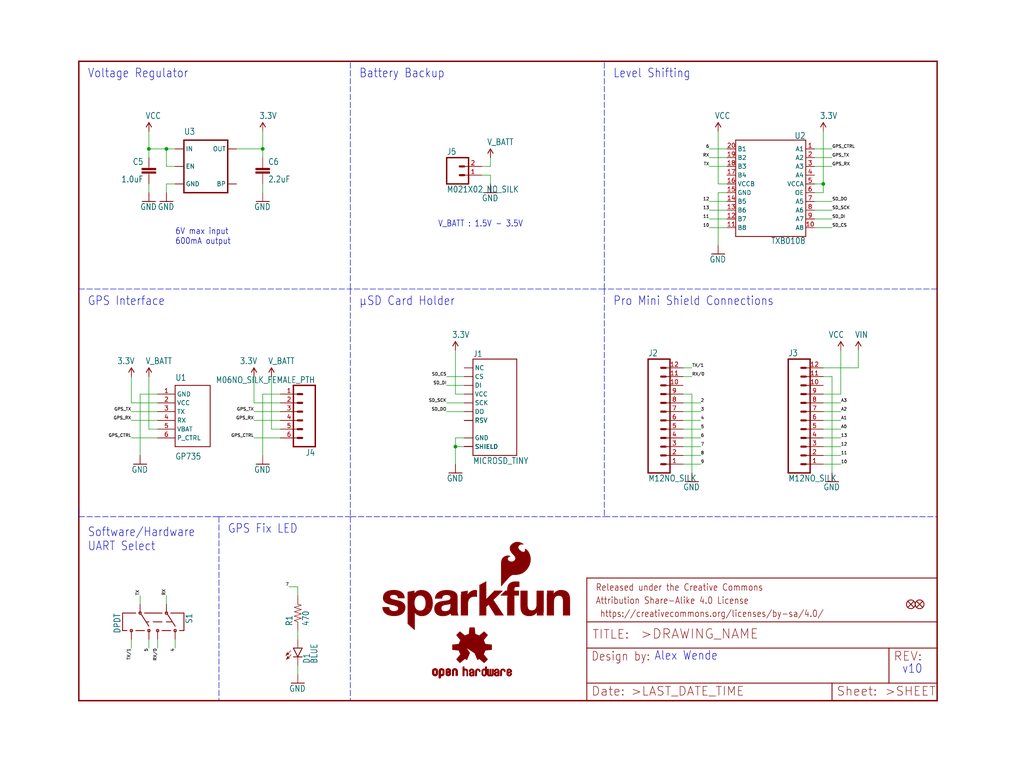
<source format=kicad_sch>
(kicad_sch (version 20211123) (generator eeschema)
  (paper "User" 297.002 223.926)
  (lib_symbols
    (symbol "schematicEagle-eagle-import:1.0UF-25V-+80{slash}-20(0805){dblquote}"
      (property "Reference" "C" (at 1.524 2.921 0))
      (property "Value" "1.0UF-25V-+80{slash}-20(0805){dblquote}" (at 1.524 -2.159 0))
      (symbol "1.0UF-25V-+80{slash}-20(0805){dblquote}_1_0"
        (pin passive line (at 0 5.08 270) (length 2.54) (name "1") (number "1"))
        (pin passive line (at 0 -2.54 90) (length 2.54) (name "2") (number "2"))
      )
    )
    (symbol "schematicEagle-eagle-import:2.2UF-10V-20%(0603)"
      (property "Reference" "C" (at 1.524 2.921 0))
      (property "Value" "2.2UF-10V-20%(0603)" (at 1.524 -2.159 0))
      (symbol "2.2UF-10V-20%(0603)_1_0"
        (pin passive line (at 0 5.08 270) (length 2.54) (name "1") (number "1"))
        (pin passive line (at 0 -2.54 90) (length 2.54) (name "2") (number "2"))
      )
    )
    (symbol "schematicEagle-eagle-import:3.3V" (power)
      (property "Value" "3.3V" (at -1.016 3.556 0))
      (symbol "3.3V_1_0"
        (pin power_in line (at 0 0 90) (length 2.54) (name "3.3V") (number "1"))
      )
    )
    (symbol "schematicEagle-eagle-import:470OHM1{slash}10W1%(0603)"
      (property "Reference" "R" (at -3.81 1.4986 0))
      (property "Value" "470OHM1{slash}10W1%(0603)" (at -3.81 -3.302 0))
      (symbol "470OHM1{slash}10W1%(0603)_1_0"
        (pin passive line (at -5.08 0 0) (length 2.54) (name "1") (number "1"))
        (pin passive line (at 5.08 0 180) (length 2.54) (name "2") (number "2"))
      )
    )
    (symbol "schematicEagle-eagle-import:FIDUCIALUFIDUCIAL")
    (symbol "schematicEagle-eagle-import:FRAME-LETTER"
      (symbol "FRAME-LETTER_2_0"
        (text " https://creativecommons.org/licenses/by-sa/4.0/" (at 2.54 24.13 0) (effects (font (size 1.9304 1.6408)) (justify left bottom)))
        (text ">DRAWING_NAME" (at 15.494 17.78 0) (effects (font (size 2.7432 2.7432)) (justify left bottom)))
        (text ">LAST_DATE_TIME" (at 12.7 1.27 0) (effects (font (size 2.54 2.54)) (justify left bottom)))
        (text ">SHEET" (at 86.36 1.27 0) (effects (font (size 2.54 2.54)) (justify left bottom)))
        (text "Attribution Share-Alike 4.0 License" (at 2.54 27.94 0) (effects (font (size 1.9304 1.6408)) (justify left bottom)))
        (text "Date:" (at 1.27 1.27 0) (effects (font (size 2.54 2.54)) (justify left bottom)))
        (text "Design by:" (at 1.27 11.43 0) (effects (font (size 2.54 2.159)) (justify left bottom)))
        (text "Released under the Creative Commons" (at 2.54 31.75 0) (effects (font (size 1.9304 1.6408)) (justify left bottom)))
        (text "REV:" (at 88.9 11.43 0) (effects (font (size 2.54 2.54)) (justify left bottom)))
        (text "Sheet:" (at 72.39 1.27 0) (effects (font (size 2.54 2.54)) (justify left bottom)))
        (text "TITLE:" (at 1.524 17.78 0) (effects (font (size 2.54 2.54)) (justify left bottom)))
      )
    )
    (symbol "schematicEagle-eagle-import:GND" (power)
      (property "Value" "GND" (at -2.54 -2.54 0))
      (symbol "GND_1_0"
        (pin power_in line (at 0 2.54 270) (length 2.54) (name "GND") (number "1"))
      )
    )
    (symbol "schematicEagle-eagle-import:GP735"
      (property "Reference" "U" (at -7.62 8.89 0))
      (property "Value" "GP735" (at -7.62 -13.97 0))
      (symbol "GP735_1_0"
        (pin bidirectional line (at -12.7 5.08 0) (length 5.08) (name "GND") (number "1"))
        (pin bidirectional line (at -12.7 2.54 0) (length 5.08) (name "VCC") (number "2"))
        (pin bidirectional line (at -12.7 0 0) (length 5.08) (name "TX") (number "3"))
        (pin bidirectional line (at -12.7 -2.54 0) (length 5.08) (name "RX") (number "4"))
        (pin bidirectional line (at -12.7 -5.08 0) (length 5.08) (name "VBAT") (number "5"))
        (pin bidirectional line (at -12.7 -7.62 0) (length 5.08) (name "P_CTRL") (number "6"))
      )
    )
    (symbol "schematicEagle-eagle-import:LED-BLUE0603"
      (property "Reference" "D" (at 3.556 -4.572 90))
      (property "Value" "LED-BLUE0603" (at 5.715 -4.572 90))
      (symbol "LED-BLUE0603_1_0"
        (pin passive line (at 0 2.54 270) (length 2.54) (name "A") (number "A"))
        (pin passive line (at 0 -5.08 90) (length 2.54) (name "C") (number "C"))
      )
    )
    (symbol "schematicEagle-eagle-import:M021X02_NO_SILK"
      (property "Reference" "J" (at -2.54 5.842 0))
      (property "Value" "M021X02_NO_SILK" (at -2.54 -5.08 0))
      (symbol "M021X02_NO_SILK_1_0"
        (pin passive line (at 7.62 0 180) (length 5.08) (name "1") (number "1"))
        (pin passive line (at 7.62 2.54 180) (length 5.08) (name "2") (number "2"))
      )
    )
    (symbol "schematicEagle-eagle-import:M06NO_SILK_FEMALE_PTH"
      (property "Reference" "J" (at -5.08 10.922 0))
      (property "Value" "M06NO_SILK_FEMALE_PTH" (at -5.08 -10.16 0))
      (symbol "M06NO_SILK_FEMALE_PTH_1_0"
        (pin passive line (at 5.08 -5.08 180) (length 5.08) (name "1") (number "1"))
        (pin passive line (at 5.08 -2.54 180) (length 5.08) (name "2") (number "2"))
        (pin passive line (at 5.08 0 180) (length 5.08) (name "3") (number "3"))
        (pin passive line (at 5.08 2.54 180) (length 5.08) (name "4") (number "4"))
        (pin passive line (at 5.08 5.08 180) (length 5.08) (name "5") (number "5"))
        (pin passive line (at 5.08 7.62 180) (length 5.08) (name "6") (number "6"))
      )
    )
    (symbol "schematicEagle-eagle-import:M12NO_SILK"
      (property "Reference" "J" (at 0 16.002 0))
      (property "Value" "M12NO_SILK" (at 0 -20.32 0))
      (symbol "M12NO_SILK_1_0"
        (pin passive line (at 10.16 -15.24 180) (length 5.08) (name "1") (number "1"))
        (pin passive line (at 10.16 7.62 180) (length 5.08) (name "10") (number "10"))
        (pin passive line (at 10.16 10.16 180) (length 5.08) (name "11") (number "11"))
        (pin passive line (at 10.16 12.7 180) (length 5.08) (name "12") (number "12"))
        (pin passive line (at 10.16 -12.7 180) (length 5.08) (name "2") (number "2"))
        (pin passive line (at 10.16 -10.16 180) (length 5.08) (name "3") (number "3"))
        (pin passive line (at 10.16 -7.62 180) (length 5.08) (name "4") (number "4"))
        (pin passive line (at 10.16 -5.08 180) (length 5.08) (name "5") (number "5"))
        (pin passive line (at 10.16 -2.54 180) (length 5.08) (name "6") (number "6"))
        (pin passive line (at 10.16 0 180) (length 5.08) (name "7") (number "7"))
        (pin passive line (at 10.16 2.54 180) (length 5.08) (name "8") (number "8"))
        (pin passive line (at 10.16 5.08 180) (length 5.08) (name "9") (number "9"))
      )
    )
    (symbol "schematicEagle-eagle-import:MICROSD_TINY"
      (property "Reference" "U" (at -2.54 15.748 0))
      (property "Value" "MICROSD_TINY" (at -2.54 -15.24 0))
      (symbol "MICROSD_TINY_1_0"
        (pin bidirectional line (at -5.08 -2.54 0) (length 2.54) (name "RSV") (number "1"))
        (pin bidirectional line (at -5.08 10.16 0) (length 2.54) (name "CS") (number "2"))
        (pin bidirectional line (at -5.08 7.62 0) (length 2.54) (name "DI") (number "3"))
        (pin bidirectional line (at -5.08 5.08 0) (length 2.54) (name "VCC") (number "4"))
        (pin bidirectional line (at -5.08 2.54 0) (length 2.54) (name "SCK") (number "5"))
        (pin bidirectional line (at -5.08 -7.62 0) (length 2.54) (name "GND") (number "6"))
        (pin bidirectional line (at -5.08 0 0) (length 2.54) (name "DO") (number "7"))
        (pin bidirectional line (at -5.08 -2.54 0) (length 2.54) (name "RSV") (number "8"))
        (pin bidirectional line (at -5.08 12.7 0) (length 2.54) (name "NC") (number "9"))
        (pin bidirectional line (at -5.08 -10.16 0) (length 2.54) (name "SHIELD") (number "GND1"))
        (pin bidirectional line (at -5.08 -10.16 0) (length 2.54) (name "SHIELD") (number "GND2"))
        (pin bidirectional line (at -5.08 -10.16 0) (length 2.54) (name "SHIELD") (number "GND3"))
        (pin bidirectional line (at -5.08 -10.16 0) (length 2.54) (name "SHIELD") (number "GND4"))
        (pin bidirectional line (at -5.08 -10.16 0) (length 2.54) (name "SHIELD") (number "GND5"))
        (pin bidirectional line (at -5.08 -10.16 0) (length 2.54) (name "SHIELD") (number "GND6"))
      )
    )
    (symbol "schematicEagle-eagle-import:OSHW-LOGOS")
    (symbol "schematicEagle-eagle-import:SFE_LOGO_FLAME.1_INCH")
    (symbol "schematicEagle-eagle-import:SFE_LOGO_NAME.1_INCH")
    (symbol "schematicEagle-eagle-import:SWITCH-DPDTAYZ0202"
      (property "Reference" "S" (at -2.54 8.128 0))
      (property "Value" "SWITCH-DPDTAYZ0202" (at -2.54 -12.7 0))
      (symbol "SWITCH-DPDTAYZ0202_1_0"
        (pin bidirectional line (at 5.08 5.08 180) (length 2.54) (name "1") (number "1"))
        (pin bidirectional line (at -5.08 2.54 0) (length 2.54) (name "2") (number "2"))
        (pin bidirectional line (at 5.08 0 180) (length 2.54) (name "3") (number "3"))
        (pin bidirectional line (at 5.08 -2.54 180) (length 2.54) (name "4") (number "4"))
        (pin bidirectional line (at -5.08 -5.08 0) (length 2.54) (name "5") (number "5"))
        (pin bidirectional line (at 5.08 -7.62 180) (length 2.54) (name "6") (number "6"))
      )
    )
    (symbol "schematicEagle-eagle-import:TXB0108"
      (property "Reference" "U" (at -10.16 13.97 0))
      (property "Value" "TXB0108" (at -10.16 -16.51 0))
      (symbol "TXB0108_1_0"
        (pin bidirectional line (at -12.7 10.16 0) (length 2.54) (name "A1") (number "1"))
        (pin bidirectional line (at -12.7 -12.7 0) (length 2.54) (name "A8") (number "10"))
        (pin bidirectional line (at 12.7 -12.7 180) (length 2.54) (name "B8") (number "11"))
        (pin bidirectional line (at 12.7 -10.16 180) (length 2.54) (name "B7") (number "12"))
        (pin bidirectional line (at 12.7 -7.62 180) (length 2.54) (name "B6") (number "13"))
        (pin bidirectional line (at 12.7 -5.08 180) (length 2.54) (name "B5") (number "14"))
        (pin bidirectional line (at 12.7 -2.54 180) (length 2.54) (name "GND") (number "15"))
        (pin bidirectional line (at 12.7 0 180) (length 2.54) (name "VCCB") (number "16"))
        (pin bidirectional line (at 12.7 2.54 180) (length 2.54) (name "B4") (number "17"))
        (pin bidirectional line (at 12.7 5.08 180) (length 2.54) (name "B3") (number "18"))
        (pin bidirectional line (at 12.7 7.62 180) (length 2.54) (name "B2") (number "19"))
        (pin bidirectional line (at -12.7 7.62 0) (length 2.54) (name "A2") (number "2"))
        (pin bidirectional line (at 12.7 10.16 180) (length 2.54) (name "B1") (number "20"))
        (pin bidirectional line (at -12.7 5.08 0) (length 2.54) (name "A3") (number "3"))
        (pin bidirectional line (at -12.7 2.54 0) (length 2.54) (name "A4") (number "4"))
        (pin bidirectional line (at -12.7 0 0) (length 2.54) (name "VCCA") (number "5"))
        (pin bidirectional line (at -12.7 -2.54 0) (length 2.54) (name "OE") (number "6"))
        (pin bidirectional line (at -12.7 -5.08 0) (length 2.54) (name "A5") (number "7"))
        (pin bidirectional line (at -12.7 -7.62 0) (length 2.54) (name "A6") (number "8"))
        (pin bidirectional line (at -12.7 -10.16 0) (length 2.54) (name "A7") (number "9"))
      )
    )
    (symbol "schematicEagle-eagle-import:VCC" (power)
      (property "Value" "VCC" (at -1.016 3.556 0))
      (symbol "VCC_1_0"
        (pin power_in line (at 0 0 90) (length 2.54) (name "VCC") (number "1"))
      )
    )
    (symbol "schematicEagle-eagle-import:VIN" (power)
      (property "Value" "VIN" (at -1.016 3.556 0))
      (symbol "VIN_1_0"
        (pin power_in line (at 0 0 90) (length 2.54) (name "VIN") (number "1"))
      )
    )
    (symbol "schematicEagle-eagle-import:V_BATT" (power)
      (property "Value" "V_BATT" (at -1.016 3.556 0))
      (symbol "V_BATT_1_0"
        (pin power_in line (at 0 0 90) (length 2.54) (name "V_BATT") (number "1"))
      )
    )
    (symbol "schematicEagle-eagle-import:V_REG_LDOSMD"
      (property "Reference" "U" (at -7.62 9.144 0))
      (property "Value" "V_REG_LDOSMD" (at -7.62 -11.43 0))
      (symbol "V_REG_LDOSMD_1_0"
        (pin input line (at -10.16 5.08 0) (length 2.54) (name "IN") (number "1"))
        (pin input line (at -10.16 -5.08 0) (length 2.54) (name "GND") (number "2"))
        (pin input line (at -10.16 0 0) (length 2.54) (name "EN") (number "3"))
        (pin input line (at 7.62 -5.08 180) (length 2.54) (name "BP") (number "4"))
        (pin passive line (at 7.62 5.08 180) (length 2.54) (name "OUT") (number "5"))
      )
    )
  )
  (junction (at 132.08 129.54))
  (junction (at 238.76 53.34))
  (junction (at 48.26 43.18))
  (junction (at 43.18 43.18))
  (junction (at 76.2 43.18))
  (polyline (pts (xy 175.26 83.82) (xy 175.26 149.86)))
  (wire (pts (xy 248.92 106.68) (xy 248.92 101.6)))
  (polyline (pts (xy 22.86 149.86) (xy 63.5 149.86)))
  (wire (pts (xy 134.62 127) (xy 132.08 127)))
  (wire (pts (xy 81.28 124.46) (xy 78.74 124.46)))
  (wire (pts (xy 45.72 127) (xy 38.1 127)))
  (polyline (pts (xy 101.6 83.82) (xy 101.6 149.86)))
  (wire (pts (xy 81.28 116.84) (xy 73.66 116.84)))
  (wire (pts (xy 45.72 116.84) (xy 38.1 116.84)))
  (polyline (pts (xy 22.86 83.82) (xy 101.6 83.82)))
  (wire (pts (xy 45.72 185.42) (xy 45.72 187.96)))
  (wire (pts (xy 134.62 119.38) (xy 129.54 119.38)))
  (wire (pts (xy 198.12 124.46) (xy 203.2 124.46)))
  (wire (pts (xy 238.76 127) (xy 243.84 127)))
  (wire (pts (xy 45.72 124.46) (xy 43.18 124.46)))
  (wire (pts (xy 76.2 55.88) (xy 76.2 53.34)))
  (wire (pts (xy 38.1 185.42) (xy 38.1 187.96)))
  (wire (pts (xy 43.18 43.18) (xy 43.18 45.72)))
  (wire (pts (xy 208.28 53.34) (xy 208.28 38.1)))
  (wire (pts (xy 238.76 134.62) (xy 243.84 134.62)))
  (wire (pts (xy 236.22 60.96) (xy 241.3 60.96)))
  (wire (pts (xy 132.08 129.54) (xy 132.08 134.62)))
  (wire (pts (xy 86.36 193.04) (xy 86.36 195.58)))
  (wire (pts (xy 86.36 170.18) (xy 83.82 170.18)))
  (wire (pts (xy 142.24 50.8) (xy 142.24 53.34)))
  (wire (pts (xy 198.12 127) (xy 203.2 127)))
  (wire (pts (xy 208.28 55.88) (xy 208.28 71.12)))
  (wire (pts (xy 236.22 63.5) (xy 241.3 63.5)))
  (wire (pts (xy 236.22 53.34) (xy 238.76 53.34)))
  (wire (pts (xy 50.8 43.18) (xy 48.26 43.18)))
  (wire (pts (xy 50.8 53.34) (xy 48.26 53.34)))
  (polyline (pts (xy 63.5 149.86) (xy 101.6 149.86)))
  (wire (pts (xy 78.74 124.46) (xy 78.74 109.22)))
  (wire (pts (xy 198.12 106.68) (xy 200.66 106.68)))
  (wire (pts (xy 238.76 121.92) (xy 243.84 121.92)))
  (polyline (pts (xy 271.78 83.82) (xy 175.26 83.82)))
  (wire (pts (xy 238.76 114.3) (xy 243.84 114.3)))
  (wire (pts (xy 238.76 55.88) (xy 238.76 53.34)))
  (wire (pts (xy 241.3 109.22) (xy 241.3 137.16)))
  (wire (pts (xy 48.26 53.34) (xy 48.26 55.88)))
  (wire (pts (xy 81.28 127) (xy 73.66 127)))
  (wire (pts (xy 238.76 106.68) (xy 248.92 106.68)))
  (wire (pts (xy 238.76 124.46) (xy 243.84 124.46)))
  (wire (pts (xy 68.58 43.18) (xy 76.2 43.18)))
  (wire (pts (xy 236.22 66.04) (xy 241.3 66.04)))
  (wire (pts (xy 43.18 124.46) (xy 43.18 109.22)))
  (wire (pts (xy 76.2 38.1) (xy 76.2 43.18)))
  (wire (pts (xy 40.64 114.3) (xy 40.64 132.08)))
  (wire (pts (xy 236.22 45.72) (xy 241.3 45.72)))
  (wire (pts (xy 139.7 48.26) (xy 142.24 48.26)))
  (wire (pts (xy 134.62 111.76) (xy 129.54 111.76)))
  (wire (pts (xy 40.64 175.26) (xy 40.64 172.72)))
  (polyline (pts (xy 63.5 149.86) (xy 63.5 203.2)))
  (polyline (pts (xy 175.26 83.82) (xy 101.6 83.82)))
  (polyline (pts (xy 175.26 83.82) (xy 175.26 17.78)))
  (wire (pts (xy 210.82 63.5) (xy 205.74 63.5)))
  (polyline (pts (xy 101.6 83.82) (xy 101.6 17.78)))
  (wire (pts (xy 86.36 182.88) (xy 86.36 185.42)))
  (wire (pts (xy 45.72 119.38) (xy 38.1 119.38)))
  (wire (pts (xy 198.12 116.84) (xy 203.2 116.84)))
  (wire (pts (xy 198.12 109.22) (xy 200.66 109.22)))
  (wire (pts (xy 198.12 134.62) (xy 203.2 134.62)))
  (polyline (pts (xy 175.26 149.86) (xy 271.78 149.86)))
  (wire (pts (xy 50.8 185.42) (xy 50.8 187.96)))
  (wire (pts (xy 238.76 129.54) (xy 243.84 129.54)))
  (wire (pts (xy 236.22 48.26) (xy 241.3 48.26)))
  (wire (pts (xy 43.18 185.42) (xy 43.18 187.96)))
  (wire (pts (xy 86.36 172.72) (xy 86.36 170.18)))
  (wire (pts (xy 139.7 50.8) (xy 142.24 50.8)))
  (polyline (pts (xy 101.6 149.86) (xy 101.6 203.2)))
  (wire (pts (xy 210.82 55.88) (xy 208.28 55.88)))
  (wire (pts (xy 76.2 114.3) (xy 76.2 132.08)))
  (wire (pts (xy 38.1 116.84) (xy 38.1 109.22)))
  (wire (pts (xy 134.62 109.22) (xy 129.54 109.22)))
  (wire (pts (xy 238.76 109.22) (xy 241.3 109.22)))
  (wire (pts (xy 236.22 55.88) (xy 238.76 55.88)))
  (polyline (pts (xy 22.86 147.32) (xy 22.86 149.86)))
  (wire (pts (xy 73.66 116.84) (xy 73.66 109.22)))
  (wire (pts (xy 238.76 119.38) (xy 243.84 119.38)))
  (wire (pts (xy 134.62 116.84) (xy 129.54 116.84)))
  (wire (pts (xy 210.82 48.26) (xy 205.74 48.26)))
  (wire (pts (xy 243.84 114.3) (xy 243.84 101.6)))
  (wire (pts (xy 134.62 114.3) (xy 132.08 114.3)))
  (wire (pts (xy 132.08 127) (xy 132.08 129.54)))
  (wire (pts (xy 48.26 43.18) (xy 43.18 43.18)))
  (wire (pts (xy 236.22 43.18) (xy 241.3 43.18)))
  (wire (pts (xy 210.82 66.04) (xy 205.74 66.04)))
  (wire (pts (xy 210.82 58.42) (xy 205.74 58.42)))
  (wire (pts (xy 236.22 58.42) (xy 241.3 58.42)))
  (wire (pts (xy 132.08 114.3) (xy 132.08 101.6)))
  (wire (pts (xy 198.12 121.92) (xy 203.2 121.92)))
  (wire (pts (xy 81.28 119.38) (xy 73.66 119.38)))
  (wire (pts (xy 238.76 116.84) (xy 243.84 116.84)))
  (polyline (pts (xy 101.6 149.86) (xy 175.26 149.86)))
  (wire (pts (xy 81.28 114.3) (xy 76.2 114.3)))
  (wire (pts (xy 210.82 45.72) (xy 205.74 45.72)))
  (wire (pts (xy 142.24 48.26) (xy 142.24 45.72)))
  (wire (pts (xy 45.72 121.92) (xy 38.1 121.92)))
  (wire (pts (xy 210.82 60.96) (xy 205.74 60.96)))
  (wire (pts (xy 200.66 114.3) (xy 200.66 137.16)))
  (wire (pts (xy 238.76 132.08) (xy 243.84 132.08)))
  (wire (pts (xy 198.12 114.3) (xy 200.66 114.3)))
  (wire (pts (xy 43.18 38.1) (xy 43.18 43.18)))
  (wire (pts (xy 198.12 129.54) (xy 203.2 129.54)))
  (wire (pts (xy 238.76 53.34) (xy 238.76 38.1)))
  (wire (pts (xy 45.72 114.3) (xy 40.64 114.3)))
  (wire (pts (xy 50.8 48.26) (xy 48.26 48.26)))
  (wire (pts (xy 198.12 132.08) (xy 203.2 132.08)))
  (wire (pts (xy 81.28 121.92) (xy 73.66 121.92)))
  (wire (pts (xy 134.62 129.54) (xy 132.08 129.54)))
  (wire (pts (xy 48.26 48.26) (xy 48.26 43.18)))
  (wire (pts (xy 198.12 119.38) (xy 203.2 119.38)))
  (wire (pts (xy 43.18 53.34) (xy 43.18 55.88)))
  (wire (pts (xy 48.26 175.26) (xy 48.26 172.72)))
  (wire (pts (xy 76.2 43.18) (xy 76.2 45.72)))
  (wire (pts (xy 210.82 53.34) (xy 208.28 53.34)))
  (wire (pts (xy 210.82 43.18) (xy 205.74 43.18)))
  (text "Alex Wende" (at 189.738 191.77 180) (effects (font (size 2.54 2.159)) (justify left bottom)))
  (text "μSD Card Holder" (at 104.14 88.9 180) (effects (font (size 2.54 2.159)) (justify left bottom)))
  (text "Level Shifting" (at 177.8 22.86 180) (effects (font (size 2.54 2.159)) (justify left bottom)))
  (text "Software/Hardware\nUART Select" (at 25.4 160.02 180) (effects (font (size 2.54 2.159)) (justify left bottom)))
  (text "6V max input\n600mA output" (at 50.8 71.12 180) (effects (font (size 1.778 1.5113)) (justify left bottom)))
  (text "Pro Mini Shield Connections" (at 177.8 88.9 180) (effects (font (size 2.54 2.159)) (justify left bottom)))
  (text "Voltage Regulator" (at 25.4 22.86 180) (effects (font (size 2.54 2.159)) (justify left bottom)))
  (text "Battery Backup" (at 104.14 22.86 180) (effects (font (size 2.54 2.159)) (justify left bottom)))
  (text "V_BATT : 1.5V - 3.5V" (at 127 66.04 180) (effects (font (size 1.778 1.5113)) (justify left bottom)))
  (text "v10" (at 261.62 195.58 180) (effects (font (size 2.54 2.159)) (justify left bottom)))
  (text "GPS Interface" (at 25.4 88.9 180) (effects (font (size 2.54 2.159)) (justify left bottom)))
  (text "GPS Fix LED" (at 66.04 154.94 180) (effects (font (size 2.54 2.159)) (justify left bottom)))
  (label "SD_DO" (at 241.3 58.42 0) (effects (font (size 0.889 0.889))))
  (label "2" (at 203.2 116.84 0) (effects (font (size 0.889 0.889))))
  (label "3" (at 203.2 119.38 0) (effects (font (size 0.889 0.889))))
  (label "7" (at 203.2 129.54 0) (effects (font (size 0.889 0.889))))
  (label "RX/0" (at 200.66 109.22 0) (effects (font (size 0.889 0.889))))
  (label "12" (at 205.74 58.42 180) (effects (font (size 0.889 0.889))))
  (label "TX/1" (at 200.66 106.68 0) (effects (font (size 0.889 0.889))))
  (label "RX" (at 205.74 45.72 180) (effects (font (size 0.889 0.889))))
  (label "A0" (at 243.84 124.46 0) (effects (font (size 0.889 0.889))))
  (label "10" (at 243.84 134.62 0) (effects (font (size 0.889 0.889))))
  (label "SD_DO" (at 129.54 119.38 180) (effects (font (size 0.889 0.889))))
  (label "13" (at 205.74 60.96 180) (effects (font (size 0.889 0.889))))
  (label "10" (at 205.74 66.04 180) (effects (font (size 0.889 0.889))))
  (label "RX" (at 48.26 172.72 90) (effects (font (size 0.889 0.889))))
  (label "GPS_TX" (at 38.1 119.38 180) (effects (font (size 0.889 0.889))))
  (label "GPS_CTRL" (at 241.3 43.18 0) (effects (font (size 0.889 0.889))))
  (label "GPS_RX" (at 38.1 121.92 180) (effects (font (size 0.889 0.889))))
  (label "GPS_RX" (at 73.66 121.92 180) (effects (font (size 0.889 0.889))))
  (label "TX" (at 40.64 172.72 90) (effects (font (size 0.889 0.889))))
  (label "11" (at 243.84 132.08 0) (effects (font (size 0.889 0.889))))
  (label "TX" (at 205.74 48.26 180) (effects (font (size 0.889 0.889))))
  (label "SD_DI" (at 241.3 63.5 0) (effects (font (size 0.889 0.889))))
  (label "9" (at 203.2 134.62 0) (effects (font (size 0.889 0.889))))
  (label "SD_SCK" (at 129.54 116.84 180) (effects (font (size 0.889 0.889))))
  (label "GPS_CTRL" (at 38.1 127 180) (effects (font (size 0.889 0.889))))
  (label "7" (at 83.82 170.18 180) (effects (font (size 0.889 0.889))))
  (label "SD_CS" (at 129.54 109.22 180) (effects (font (size 0.889 0.889))))
  (label "SD_SCK" (at 241.3 60.96 0) (effects (font (size 0.889 0.889))))
  (label "A1" (at 243.84 121.92 0) (effects (font (size 0.889 0.889))))
  (label "SD_CS" (at 241.3 66.04 0) (effects (font (size 0.889 0.889))))
  (label "GPS_RX" (at 241.3 48.26 0) (effects (font (size 0.889 0.889))))
  (label "5" (at 43.18 187.96 270) (effects (font (size 0.889 0.889))))
  (label "11" (at 205.74 63.5 180) (effects (font (size 0.889 0.889))))
  (label "6" (at 203.2 127 0) (effects (font (size 0.889 0.889))))
  (label "RX/0" (at 45.72 187.96 270) (effects (font (size 0.889 0.889))))
  (label "TX/1" (at 38.1 187.96 270) (effects (font (size 0.889 0.889))))
  (label "GPS_TX" (at 73.66 119.38 180) (effects (font (size 0.889 0.889))))
  (label "13" (at 243.84 127 0) (effects (font (size 0.889 0.889))))
  (label "A3" (at 243.84 116.84 0) (effects (font (size 0.889 0.889))))
  (label "4" (at 50.8 187.96 270) (effects (font (size 0.889 0.889))))
  (label "SD_DI" (at 129.54 111.76 180) (effects (font (size 0.889 0.889))))
  (label "8" (at 203.2 132.08 0) (effects (font (size 0.889 0.889))))
  (label "GPS_TX" (at 241.3 45.72 0) (effects (font (size 0.889 0.889))))
  (label "4" (at 203.2 121.92 0) (effects (font (size 0.889 0.889))))
  (label "12" (at 243.84 129.54 0) (effects (font (size 0.889 0.889))))
  (label "6" (at 205.74 43.18 180) (effects (font (size 0.889 0.889))))
  (label "5" (at 203.2 124.46 0) (effects (font (size 0.889 0.889))))
  (label "A2" (at 243.84 119.38 0) (effects (font (size 0.889 0.889))))
  (label "GPS_CTRL" (at 73.66 127 180) (effects (font (size 0.889 0.889))))
  (symbol (lib_id "schematicEagle-eagle-import:FIDUCIALUFIDUCIAL") (at 266.7 175.26 0) (unit 1)
    (property "Reference" "FD2" (effects hide))
    (property "Value" "FIDUCIALUFIDUCIAL" (effects hide))
    (property "Footprint" "schematicEagle:MICRO-FIDUCIAL" (effects hide))
  )
  (symbol (lib_id "schematicEagle-eagle-import:TXB0108") (at 223.52 53.34 0) (mirror y) (unit 1)
    (property "Reference" "U2" (at 233.68 39.37 0) (effects (font (size 1.778 1.5113)) (justify left)))
    (property "Value" "TXB0108" (at 233.68 69.85 0) (effects (font (size 1.778 1.5113)) (justify left)))
    (property "Footprint" "schematicEagle:UFDFN-20" (effects hide))
  )
  (symbol (lib_id "schematicEagle-eagle-import:M12NO_SILK") (at 187.96 119.38 0) (unit 1)
    (property "Reference" "J2" (at 187.96 103.378 0) (effects (font (size 1.778 1.5113)) (justify left bottom)))
    (property "Value" "M12NO_SILK" (at 187.96 139.7 0) (effects (font (size 1.778 1.5113)) (justify left bottom)))
    (property "Footprint" "schematicEagle:1X12_NO_SILK" (effects hide))
  )
  (symbol (lib_id "schematicEagle-eagle-import:V_BATT") (at 78.74 109.22 0) (unit 1)
    (property "Reference" "#SUPPLY12" (effects hide))
    (property "Value" "V_BATT" (at 77.724 105.664 0) (effects (font (size 1.778 1.5113)) (justify left bottom)))
    (property "Footprint" "schematicEagle:" (effects hide))
  )
  (symbol (lib_id "schematicEagle-eagle-import:VCC") (at 208.28 38.1 0) (unit 1)
    (property "Reference" "#SUPPLY5" (effects hide))
    (property "Value" "VCC" (at 207.264 34.544 0) (effects (font (size 1.778 1.5113)) (justify left bottom)))
    (property "Footprint" "schematicEagle:" (effects hide))
  )
  (symbol (lib_id "schematicEagle-eagle-import:470OHM1{slash}10W1%(0603)") (at 86.36 177.8 90) (unit 1)
    (property "Reference" "R1" (at 84.8614 181.61 0) (effects (font (size 1.778 1.5113)) (justify left bottom)))
    (property "Value" "470" (at 89.662 181.61 0) (effects (font (size 1.778 1.5113)) (justify left bottom)))
    (property "Footprint" "schematicEagle:0603-RES" (effects hide))
  )
  (symbol (lib_id "schematicEagle-eagle-import:MICROSD_TINY") (at 139.7 119.38 0) (unit 1)
    (property "Reference" "J1" (at 137.16 103.632 0) (effects (font (size 1.778 1.5113)) (justify left bottom)))
    (property "Value" "MICROSD_TINY" (at 137.16 134.62 0) (effects (font (size 1.778 1.5113)) (justify left bottom)))
    (property "Footprint" "schematicEagle:MICROSD_TINY" (effects hide))
  )
  (symbol (lib_id "schematicEagle-eagle-import:VCC") (at 243.84 101.6 0) (mirror y) (unit 1)
    (property "Reference" "#SUPPLY6" (effects hide))
    (property "Value" "VCC" (at 244.856 98.044 0) (effects (font (size 1.778 1.5113)) (justify left bottom)))
    (property "Footprint" "schematicEagle:" (effects hide))
  )
  (symbol (lib_id "schematicEagle-eagle-import:VCC") (at 43.18 38.1 0) (unit 1)
    (property "Reference" "#SUPPLY13" (effects hide))
    (property "Value" "VCC" (at 42.164 34.544 0) (effects (font (size 1.778 1.5113)) (justify left bottom)))
    (property "Footprint" "schematicEagle:" (effects hide))
  )
  (symbol (lib_id "schematicEagle-eagle-import:GND") (at 43.18 58.42 0) (unit 1)
    (property "Reference" "#GND14" (effects hide))
    (property "Value" "GND" (at 40.64 60.96 0) (effects (font (size 1.778 1.5113)) (justify left bottom)))
    (property "Footprint" "schematicEagle:" (effects hide))
  )
  (symbol (lib_id "schematicEagle-eagle-import:VIN") (at 248.92 101.6 0) (unit 1)
    (property "Reference" "#SUPPLY11" (effects hide))
    (property "Value" "VIN" (at 247.904 98.044 0) (effects (font (size 1.778 1.5113)) (justify left bottom)))
    (property "Footprint" "schematicEagle:" (effects hide))
  )
  (symbol (lib_id "schematicEagle-eagle-import:FRAME-LETTER") (at 22.86 203.2 0) (unit 1)
    (property "Reference" "FRAME1" (effects hide))
    (property "Value" "FRAME-LETTER" (effects hide))
    (property "Footprint" "schematicEagle:CREATIVE_COMMONS" (effects hide))
  )
  (symbol (lib_id "schematicEagle-eagle-import:V_REG_LDOSMD") (at 60.96 48.26 0) (unit 1)
    (property "Reference" "U3" (at 53.34 39.116 0) (effects (font (size 1.778 1.5113)) (justify left bottom)))
    (property "Value" "AP2112K-3.3V" (at 53.34 59.69 0) (effects (font (size 1.778 1.5113)) (justify left bottom)))
    (property "Footprint" "schematicEagle:SOT23-5" (effects hide))
    (property "Value" "AP2112K-3.3V" (effects hide))
  )
  (symbol (lib_id "schematicEagle-eagle-import:GND") (at 200.66 139.7 0) (unit 1)
    (property "Reference" "#GND8" (effects hide))
    (property "Value" "GND" (at 198.12 142.24 0) (effects (font (size 1.778 1.5113)) (justify left bottom)))
    (property "Footprint" "schematicEagle:" (effects hide))
  )
  (symbol (lib_id "schematicEagle-eagle-import:FRAME-LETTER") (at 170.18 203.2 0) (unit 2)
    (property "Reference" "FRAME1" (effects hide))
    (property "Value" "FRAME-LETTER" (effects hide))
    (property "Footprint" "schematicEagle:CREATIVE_COMMONS" (effects hide))
  )
  (symbol (lib_id "schematicEagle-eagle-import:GND") (at 76.2 58.42 0) (unit 1)
    (property "Reference" "#GND21" (effects hide))
    (property "Value" "GND" (at 73.66 60.96 0) (effects (font (size 1.778 1.5113)) (justify left bottom)))
    (property "Footprint" "schematicEagle:" (effects hide))
  )
  (symbol (lib_id "schematicEagle-eagle-import:GND") (at 132.08 137.16 0) (unit 1)
    (property "Reference" "#GND1" (effects hide))
    (property "Value" "GND" (at 129.54 139.7 0) (effects (font (size 1.778 1.5113)) (justify left bottom)))
    (property "Footprint" "schematicEagle:" (effects hide))
  )
  (symbol (lib_id "schematicEagle-eagle-import:M021X02_NO_SILK") (at 132.08 50.8 0) (unit 1)
    (property "Reference" "J5" (at 129.54 44.958 0) (effects (font (size 1.778 1.5113)) (justify left bottom)))
    (property "Value" "M021X02_NO_SILK" (at 129.54 55.88 0) (effects (font (size 1.778 1.5113)) (justify left bottom)))
    (property "Footprint" "schematicEagle:1X02_NO_SILK" (effects hide))
  )
  (symbol (lib_id "schematicEagle-eagle-import:GND") (at 241.3 139.7 0) (unit 1)
    (property "Reference" "#GND7" (effects hide))
    (property "Value" "GND" (at 238.76 142.24 0) (effects (font (size 1.778 1.5113)) (justify left bottom)))
    (property "Footprint" "schematicEagle:" (effects hide))
  )
  (symbol (lib_id "schematicEagle-eagle-import:GND") (at 76.2 134.62 0) (unit 1)
    (property "Reference" "#GND4" (effects hide))
    (property "Value" "GND" (at 73.66 137.16 0) (effects (font (size 1.778 1.5113)) (justify left bottom)))
    (property "Footprint" "schematicEagle:" (effects hide))
  )
  (symbol (lib_id "schematicEagle-eagle-import:3.3V") (at 132.08 101.6 0) (unit 1)
    (property "Reference" "#SUPPLY2" (effects hide))
    (property "Value" "3.3V" (at 131.064 98.044 0) (effects (font (size 1.778 1.5113)) (justify left bottom)))
    (property "Footprint" "schematicEagle:" (effects hide))
  )
  (symbol (lib_id "schematicEagle-eagle-import:LED-BLUE0603") (at 86.36 187.96 0) (unit 1)
    (property "Reference" "D1" (at 89.916 192.532 90) (effects (font (size 1.778 1.5113)) (justify left bottom)))
    (property "Value" "BLUE" (at 92.075 192.532 90) (effects (font (size 1.778 1.5113)) (justify left bottom)))
    (property "Footprint" "schematicEagle:LED-0603" (effects hide))
  )
  (symbol (lib_id "schematicEagle-eagle-import:GP735") (at 58.42 119.38 0) (unit 1)
    (property "Reference" "U1" (at 50.8 110.49 0) (effects (font (size 1.778 1.5113)) (justify left bottom)))
    (property "Value" "GP735" (at 50.8 133.35 0) (effects (font (size 1.778 1.5113)) (justify left bottom)))
    (property "Footprint" "schematicEagle:GP735" (effects hide))
  )
  (symbol (lib_id "schematicEagle-eagle-import:M06NO_SILK_FEMALE_PTH") (at 86.36 119.38 180) (unit 1)
    (property "Reference" "J4" (at 91.44 130.302 0) (effects (font (size 1.778 1.5113)) (justify left bottom)))
    (property "Value" "M06NO_SILK_FEMALE_PTH" (at 91.44 109.22 0) (effects (font (size 1.778 1.5113)) (justify left bottom)))
    (property "Footprint" "schematicEagle:1X06_NO_SILK" (effects hide))
  )
  (symbol (lib_id "schematicEagle-eagle-import:1.0UF-25V-+80{slash}-20(0805){dblquote}") (at 43.18 50.8 0) (mirror y) (unit 1)
    (property "Reference" "C5" (at 41.656 47.879 0) (effects (font (size 1.778 1.5113)) (justify left bottom)))
    (property "Value" "1.0uF" (at 41.656 52.959 0) (effects (font (size 1.778 1.5113)) (justify left bottom)))
    (property "Footprint" "schematicEagle:0805-CAP" (effects hide))
  )
  (symbol (lib_id "schematicEagle-eagle-import:V_BATT") (at 142.24 45.72 0) (unit 1)
    (property "Reference" "#SUPPLY1" (effects hide))
    (property "Value" "V_BATT" (at 141.224 42.164 0) (effects (font (size 1.778 1.5113)) (justify left bottom)))
    (property "Footprint" "schematicEagle:" (effects hide))
  )
  (symbol (lib_id "schematicEagle-eagle-import:3.3V") (at 73.66 109.22 0) (mirror y) (unit 1)
    (property "Reference" "#SUPPLY4" (effects hide))
    (property "Value" "3.3V" (at 74.676 105.664 0) (effects (font (size 1.778 1.5113)) (justify left bottom)))
    (property "Footprint" "schematicEagle:" (effects hide))
  )
  (symbol (lib_id "schematicEagle-eagle-import:2.2UF-10V-20%(0603)") (at 76.2 50.8 0) (unit 1)
    (property "Reference" "C6" (at 77.724 47.879 0) (effects (font (size 1.778 1.5113)) (justify left bottom)))
    (property "Value" "2.2uF" (at 77.724 52.959 0) (effects (font (size 1.778 1.5113)) (justify left bottom)))
    (property "Footprint" "schematicEagle:0603-CAP" (effects hide))
  )
  (symbol (lib_id "schematicEagle-eagle-import:SFE_LOGO_NAME.1_INCH") (at 108.966 182.626 0) (unit 1)
    (property "Reference" "LOGO4" (effects hide))
    (property "Value" "SFE_LOGO_NAME.1_INCH" (effects hide))
    (property "Footprint" "schematicEagle:SFE_LOGO_NAME_.1" (effects hide))
  )
  (symbol (lib_id "schematicEagle-eagle-import:SWITCH-DPDTAYZ0202") (at 45.72 180.34 270) (unit 1)
    (property "Reference" "S1" (at 53.848 177.8 0) (effects (font (size 1.778 1.5113)) (justify left bottom)))
    (property "Value" "DPDT" (at 33.02 177.8 0) (effects (font (size 1.778 1.5113)) (justify left bottom)))
    (property "Footprint" "schematicEagle:AYZ0202" (effects hide))
  )
  (symbol (lib_id "schematicEagle-eagle-import:GND") (at 48.26 58.42 0) (unit 1)
    (property "Reference" "#GND15" (effects hide))
    (property "Value" "GND" (at 45.72 60.96 0) (effects (font (size 1.778 1.5113)) (justify left bottom)))
    (property "Footprint" "schematicEagle:" (effects hide))
  )
  (symbol (lib_id "schematicEagle-eagle-import:V_BATT") (at 43.18 109.22 0) (unit 1)
    (property "Reference" "#SUPPLY8" (effects hide))
    (property "Value" "V_BATT" (at 42.164 105.664 0) (effects (font (size 1.778 1.5113)) (justify left bottom)))
    (property "Footprint" "schematicEagle:" (effects hide))
  )
  (symbol (lib_id "schematicEagle-eagle-import:GND") (at 86.36 198.12 0) (unit 1)
    (property "Reference" "#GND5" (effects hide))
    (property "Value" "GND" (at 83.82 200.66 0) (effects (font (size 1.778 1.5113)) (justify left bottom)))
    (property "Footprint" "schematicEagle:" (effects hide))
  )
  (symbol (lib_id "schematicEagle-eagle-import:M12NO_SILK") (at 228.6 119.38 0) (unit 1)
    (property "Reference" "J3" (at 228.6 103.378 0) (effects (font (size 1.778 1.5113)) (justify left bottom)))
    (property "Value" "M12NO_SILK" (at 228.6 139.7 0) (effects (font (size 1.778 1.5113)) (justify left bottom)))
    (property "Footprint" "schematicEagle:1X12_NO_SILK" (effects hide))
  )
  (symbol (lib_id "schematicEagle-eagle-import:GND") (at 208.28 73.66 0) (unit 1)
    (property "Reference" "#GND6" (effects hide))
    (property "Value" "GND" (at 205.74 76.2 0) (effects (font (size 1.778 1.5113)) (justify left bottom)))
    (property "Footprint" "schematicEagle:" (effects hide))
  )
  (symbol (lib_id "schematicEagle-eagle-import:OSHW-LOGOS") (at 136.906 187.706 0) (unit 1)
    (property "Reference" "LOGO1" (effects hide))
    (property "Value" "OSHW-LOGOS" (effects hide))
    (property "Footprint" "schematicEagle:OSHW-LOGO-S" (effects hide))
  )
  (symbol (lib_id "schematicEagle-eagle-import:SFE_LOGO_FLAME.1_INCH") (at 145.034 170.434 0) (unit 1)
    (property "Reference" "LOGO3" (effects hide))
    (property "Value" "SFE_LOGO_FLAME.1_INCH" (effects hide))
    (property "Footprint" "schematicEagle:SFE_LOGO_FLAME_.1" (effects hide))
  )
  (symbol (lib_id "schematicEagle-eagle-import:GND") (at 40.64 134.62 0) (unit 1)
    (property "Reference" "#GND3" (effects hide))
    (property "Value" "GND" (at 38.1 137.16 0) (effects (font (size 1.778 1.5113)) (justify left bottom)))
    (property "Footprint" "schematicEagle:" (effects hide))
  )
  (symbol (lib_id "schematicEagle-eagle-import:FIDUCIALUFIDUCIAL") (at 264.16 175.26 0) (unit 1)
    (property "Reference" "FD1" (effects hide))
    (property "Value" "FIDUCIALUFIDUCIAL" (effects hide))
    (property "Footprint" "schematicEagle:MICRO-FIDUCIAL" (effects hide))
  )
  (symbol (lib_id "schematicEagle-eagle-import:3.3V") (at 238.76 38.1 0) (unit 1)
    (property "Reference" "#SUPPLY7" (effects hide))
    (property "Value" "3.3V" (at 237.744 34.544 0) (effects (font (size 1.778 1.5113)) (justify left bottom)))
    (property "Footprint" "schematicEagle:" (effects hide))
  )
  (symbol (lib_id "schematicEagle-eagle-import:3.3V") (at 38.1 109.22 0) (mirror y) (unit 1)
    (property "Reference" "#SUPPLY3" (effects hide))
    (property "Value" "3.3V" (at 39.116 105.664 0) (effects (font (size 1.778 1.5113)) (justify left bottom)))
    (property "Footprint" "schematicEagle:" (effects hide))
  )
  (symbol (lib_id "schematicEagle-eagle-import:3.3V") (at 76.2 38.1 0) (unit 1)
    (property "Reference" "#SUPPLY9" (effects hide))
    (property "Value" "3.3V" (at 75.184 34.544 0) (effects (font (size 1.778 1.5113)) (justify left bottom)))
    (property "Footprint" "schematicEagle:" (effects hide))
  )
  (symbol (lib_id "schematicEagle-eagle-import:GND") (at 142.24 55.88 0) (unit 1)
    (property "Reference" "#GND2" (effects hide))
    (property "Value" "GND" (at 139.7 58.42 0) (effects (font (size 1.778 1.5113)) (justify left bottom)))
    (property "Footprint" "schematicEagle:" (effects hide))
  )
)
</source>
